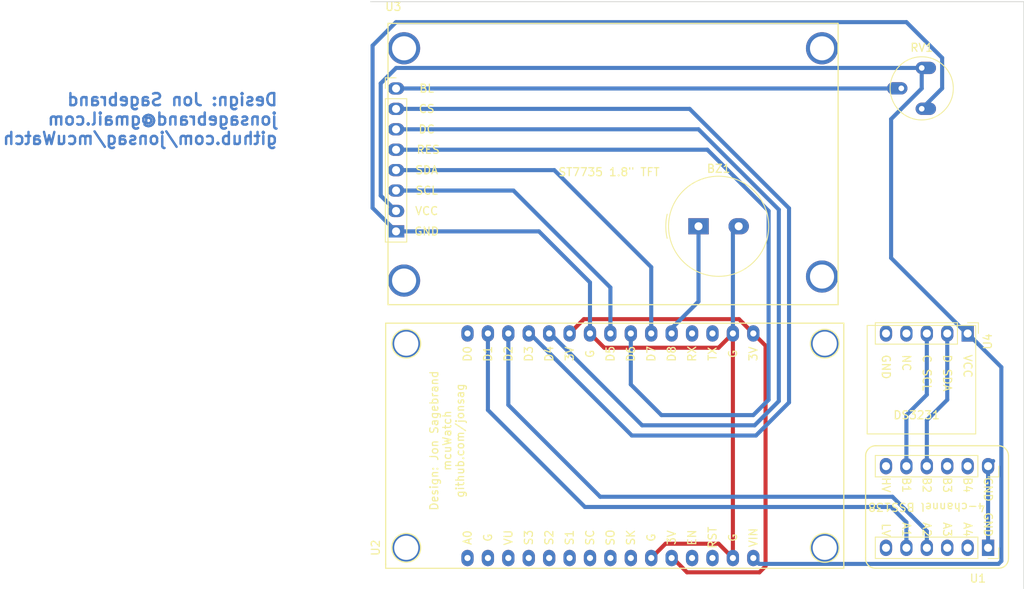
<source format=kicad_pcb>
(kicad_pcb (version 20211014) (generator pcbnew)
  (layers (0 "F.Cu" signal) (31 "B.Cu" signal) (34 "B.Paste" user) (35 "F.Paste" user) (36 "B.SilkS" user "B.Silkscreen") (37 "F.SilkS" user "F.Silkscreen") (38 "B.Mask" user) (39 "F.Mask" user) (44 "Edge.Cuts" user))
  (net 0 "")
  (net 1 "GND")
  (net 4 "/SDA L")
  (net 5 "+3V3")
  (net 8 "/SCL L")
  (net 9 "/SCL H")
  (net 10 "+5V")
  (net 24 "Net-(U3-Pad8)")
  (net 25 "Net-(U2-Pad21)")
  (net 26 "Net-(U2-Pad22)")
  (net 27 "/SDA H")
  (net 29 "Net-(U2-Pad23)")
  (net 30 "Net-(U3-Pad6)")
  (net 31 "/Buzz")
  (net 32 "Net-(U2-Pad20)")
  (footprint "My_Parts:DS3231_RTC_module_large" (layer "F.Cu") (at 151.13 88.9 -90)
    (fp_text reference "U4" (at 1 -2.5 90) (layer "F.SilkS"))
    (fp_text value "RTC DS3231" hide)
    (fp_text user "GND" (at 2.54 10.16 -90 unlocked) (layer "F.SilkS") (effects (justify left)))
    (fp_text user "D SDA" (at 2.54 2.54 -90 unlocked) (layer "F.SilkS") (effects (justify left)))
    (fp_text user "VCC" (at 2.54 0 -90 unlocked) (layer "F.SilkS") (effects (justify left)))
    (fp_text user "DS3231" (at 10.16 6.35 unlocked) (layer "F.SilkS"))
    (fp_text user "NC" (at 2.54 7.62 -90 unlocked) (layer "F.SilkS") (effects (justify left)))
    (fp_text user "C SCL" (at 2.54 5.08 -90 unlocked) (layer "F.SilkS") (effects (justify left)))
    (fp_line (start 12.5 12.5) (end 12.5 -1) (layer "F.SilkS") (width 0.12))
    (fp_line (start -1 -1) (end -1 12.5) (layer "F.SilkS") (width 0.12))
    (fp_line (start -1.33 -1.33) (end 0 -1.33) (layer "F.SilkS") (width 0.12))
    (fp_line (start -1.33 0) (end -1.33 -1.33) (layer "F.SilkS") (width 0.12))
    (fp_line (start 1.33 1.27) (end 1.33 11.49) (layer "F.SilkS") (width 0.12))
    (fp_line (start 12.5 -1) (end -1 -1) (layer "F.SilkS") (width 0.12))
    (fp_line (start -1.33 1.27) (end 1.33 1.27) (layer "F.SilkS") (width 0.12))
    (fp_line (start -1.33 1.27) (end -1.33 11.49) (layer "F.SilkS") (width 0.12))
    (fp_line (start -1.33 11.49) (end 1.33 11.49) (layer "F.SilkS") (width 0.12))
    (fp_line (start -1 12.5) (end 12.5 12.5) (layer "F.SilkS") (width 0.12))
    (pad "1" thru_hole rect (at 0 0 270) (size 2.032 1.524) (drill 1) (layers *.Cu *.Mask) (net 10 "+5V"))
    (pad "2" thru_hole oval (at 0 2.54 270) (size 2.032 1.524) (drill 1) (layers *.Cu *.Mask) (net 27 "/SDA H"))
    (pad "3" thru_hole oval (at 0 5.08 270) (size 2.032 1.524) (drill 1) (layers *.Cu *.Mask) (net 9 "/SCL H"))
    (pad "4" thru_hole oval (at 0 7.62 270) (size 2.032 1.524) (drill 1) (layers *.Cu *.Mask))
    (pad "5" thru_hole oval (at 0 10.16 270) (size 2.032 1.524) (drill 1) (layers *.Cu *.Mask) (net 1 "GND"))
  )
  (footprint "My_Misc:Potentiometer_Bourns_3339P_Vertical_large" (layer "F.Cu") (at 145.415 60.945)
    (fp_text reference "RV1" (at 0 -7.6) (layer "F.SilkS"))
    (fp_text value "R_Potentiometer")
    (fp_circle (center 0 -2.54) (end 3.93 -2.54) (layer "F.SilkS") (width 0.12) (fill none))
    (pad "1" thru_hole oval locked (at 0 0) (size 2.54 1.524) (drill 0.7 (offset 0.508 0)) (layers *.Cu *.Mask) (net 1 "GND"))
    (pad "2" thru_hole oval locked (at -2.54 -2.54) (size 2.54 1.524) (drill 0.7 (offset -0.508 0)) (layers *.Cu *.Mask) (net 24 "Net-(U3-Pad8)"))
    (pad "3" thru_hole oval locked (at 0 -5.08) (size 2.54 1.524) (drill 0.7 (offset 0.508 0)) (layers *.Cu *.Mask) (net 10 "+5V"))
  )
  (footprint "My_Parts:4-channel_I2C_level_shifter_BSS138_large" (layer "F.Cu") (at 153.67 115.57 180)
    (fp_text reference "U1" (at 1.27 -3.81) (layer "F.SilkS"))
    (fp_text value "Level converter" hide)
    (fp_text user "A3" (at 5.08 1.27 270 unlocked) (layer "F.SilkS") (effects (justify right)))
    (fp_text user "A2" (at 7.62 1.27 270 unlocked) (layer "F.SilkS") (effects (justify right)))
    (fp_text user "B1" (at 10.16 8.89 270 unlocked) (layer "F.SilkS") (effects (justify left)))
    (fp_text user "HV" (at 12.7 8.89 270 unlocked) (layer "F.SilkS") (effects (justify left)))
    (fp_text user "LV" (at 12.7 1.27 270 unlocked) (layer "F.SilkS") (effects (justify right)))
    (fp_text user "A1" (at 10.16 1.27 270 unlocked) (layer "F.SilkS") (effects (justify right)))
    (fp_text user "B3" (at 5.08 8.89 270 unlocked) (layer "F.SilkS") (effects (justify left)))
    (fp_text user "A4" (at 2.54 1.27 270 unlocked) (layer "F.SilkS") (effects (justify right)))
    (fp_text user "GND" (at 0 8.89 270 unlocked) (layer "F.SilkS") (effects (justify left)))
    (fp_text user "B4" (at 2.54 8.89 270 unlocked) (layer "F.SilkS") (effects (justify left)))
    (fp_text user "GND" (at 0 1.27 270 unlocked) (layer "F.SilkS") (effects (justify right)))
    (fp_text user "B2" (at 7.62 8.89 270 unlocked) (layer "F.SilkS") (effects (justify left)))
    (fp_text user "4-channel BSS138" (at 7.62 5.08 180 unlocked) (layer "F.SilkS"))
    (fp_line (start 1.27 1.33) (end 1.27 -1.33) (layer "F.SilkS") (width 0.12))
    (fp_line (start 13.97 -2.54) (end -1.27 -2.54) (layer "F.SilkS") (width 0.15))
    (fp_line (start 14.03 11.49) (end 14.03 8.83) (layer "F.SilkS") (width 0.12))
    (fp_line (start 1.27 1.33) (end 14.03 1.33) (layer "F.SilkS") (width 0.12))
    (fp_line (start 1.27 8.83) (end 14.03 8.83) (layer "F.SilkS") (width 0.12))
    (fp_line (start 1.27 11.49) (end 1.27 8.83) (layer "F.SilkS") (width 0.12))
    (fp_line (start -1.27 12.7) (end 13.97 12.7) (layer "F.SilkS") (width 0.15))
    (fp_line (start -1.33 -1.33) (end 0 -1.33) (layer "F.SilkS") (width 0.12))
    (fp_line (start -1.33 8.83) (end 0 8.83) (layer "F.SilkS") (width 0.12))
    (fp_line (start 1.27 -1.33) (end 14.03 -1.33) (layer "F.SilkS") (width 0.12))
    (fp_line (start 14.03 1.33) (end 14.03 -1.33) (layer "F.SilkS") (width 0.12))
    (fp_line (start -2.54 -1.33) (end -2.54 11.43) (layer "F.SilkS") (width 0.15))
    (fp_line (start -1.33 10.16) (end -1.33 8.83) (layer "F.SilkS") (width 0.12))
    (fp_line (start -1.33 0) (end -1.33 -1.33) (layer "F.SilkS") (width 0.12))
    (fp_line (start 15.24 11.43) (end 15.239999 -1.27) (layer "F.SilkS") (width 0.15))
    (fp_line (start 1.27 11.49) (end 14.03 11.49) (layer "F.SilkS") (width 0.12))
    (fp_arc (start -1.27 12.7) (mid -2.168026 12.328026) (end -2.54 11.43) (layer "F.SilkS") (width 0.15))
    (fp_arc (start -2.54 -1.33) (mid -2.164143 -2.20653) (end -1.270074 -2.538515) (layer "F.SilkS") (width 0.15))
    (fp_arc (start 15.24 11.43) (mid 14.868026 12.328026) (end 13.97 12.7) (layer "F.SilkS") (width 0.15))
    (fp_arc (start 13.97 -2.539999) (mid 14.88665 -2.18665) (end 15.239999 -1.27) (layer "F.SilkS") (width 0.15))
    (pad "1" thru_hole rect (at 0 0 270) (size 2.032 1.524) (drill 1) (layers *.Cu *.Mask) (net 1 "GND"))
    (pad "2" thru_hole oval (at 2.54 0 270) (size 2.032 1.524) (drill 1) (layers *.Cu *.Mask))
    (pad "3" thru_hole oval (at 5.08 0 270) (size 2.032 1.524) (drill 1) (layers *.Cu *.Mask))
    (pad "4" thru_hole oval (at 7.62 0 270) (size 2.032 1.524) (drill 1) (layers *.Cu *.Mask) (net 4 "/SDA L"))
    (pad "5" thru_hole oval (at 10.16 0 270) (size 2.032 1.524) (drill 1) (layers *.Cu *.Mask) (net 8 "/SCL L"))
    (pad "6" thru_hole oval (at 12.7 0 270) (size 2.032 1.524) (drill 1) (layers *.Cu *.Mask) (net 5 "+3V3"))
    (pad "7" thru_hole oval (at 0 10.16 270) (size 2.032 1.524) (drill 1) (layers *.Cu *.Mask) (net 1 "GND"))
    (pad "8" thru_hole oval (at 2.54 10.16 270) (size 2.032 1.524) (drill 1) (layers *.Cu *.Mask))
    (pad "9" thru_hole oval (at 5.08 10.16 270) (size 2.032 1.524) (drill 1) (layers *.Cu *.Mask))
    (pad "10" thru_hole oval (at 7.62 10.16 270) (size 2.032 1.524) (drill 1) (layers *.Cu *.Mask) (net 27 "/SDA H"))
    (pad "11" thru_hole oval (at 10.16 10.16 270) (size 2.032 1.524) (drill 1) (layers *.Cu *.Mask) (net 9 "/SCL H"))
    (pad "12" thru_hole oval (at 12.7 10.16 270) (size 2.032 1.524) (drill 1) (layers *.Cu *.Mask) (net 10 "+5V"))
  )
  (footprint "My_ESP8266:NodeMCU-LoLinV3_w_pinsockets_large" (layer "F.Cu") (at 88.9 116.84 90)
    (fp_text reference "U2" (at 1.27 -11.43 90) (layer "F.SilkS"))
    (fp_text value "NodeMCU_1.0_(ESP-12E)")
    (fp_text user "G" (at 2.54 33.02 90) (layer "F.SilkS"))
    (fp_text user "G" (at 2.54 22.86 90) (layer "F.SilkS"))
    (fp_text user "D4" (at 25.4 10.16 90) (layer "F.SilkS"))
    (fp_text user "G" (at 25.4 15.24 90) (layer "F.SilkS"))
    (fp_text user "SO" (at 2.54 17.78 90) (layer "F.SilkS"))
    (fp_text user "D6" (at 25.4 20.32 90) (layer "F.SilkS"))
    (fp_text user "SC" (at 2.54 15.24 90) (layer "F.SilkS"))
    (fp_text user "G" (at 2.54 2.54 90) (layer "F.SilkS"))
    (fp_text user "D1" (at 25.4 2.54 90) (layer "F.SilkS"))
    (fp_text user "D7" (at 25.4 22.86 90) (layer "F.SilkS"))
    (fp_text user "S2" (at 2.54 10.16 90) (layer "F.SilkS"))
    (fp_text user "D3" (at 25.4 7.62 90) (layer "F.SilkS"))
    (fp_text user "D8" (at 25.4 25.4 90) (layer "F.SilkS"))
    (fp_text user "S1" (at 2.54 12.7 90) (layer "F.SilkS"))
    (fp_text user "RX" (at 25.4 27.94 90) (layer "F.SilkS"))
    (fp_text user "S3" (at 2.54 7.62 90) (layer "F.SilkS"))
    (fp_text user "VU" (at 2.54 5.08 90) (layer "F.SilkS"))
    (fp_text user "3V" (at 25.4 12.7 90) (layer "F.SilkS"))
    (fp_text user "G" (at 25.4 33.02 90) (layer "F.SilkS"))
    (fp_text user "D0" (at 25.4 0 90) (layer "F.SilkS"))
    (fp_text user "RST" (at 2.54 30.48 90) (layer "F.SilkS"))
    (fp_text user "SK" (at 2.54 20.32 90) (layer "F.SilkS"))
    (fp_text user "VIN" (at 2.54 35.56 90) (layer "F.SilkS"))
    (fp_text user "3V" (at 2.54 25.4 90) (layer "F.SilkS"))
    (fp_text user "3V" (at 25.4 35.56 90) (layer "F.SilkS"))
    (fp_text user "D2" (at 25.4 5.08 90) (layer "F.SilkS"))
    (fp_text user "EN" (at 2.54 27.94 90) (layer "F.SilkS"))
    (fp_text user "A0" (at 2.54 0 90) (layer "F.SilkS"))
    (fp_text user "TX" (at 25.4 30.48 90) (layer "F.SilkS"))
    (fp_text user "D5" (at 25.4 17.78 90) (layer "F.SilkS"))
    (fp_line (start -1.28 46.82) (end 29.22 46.82) (layer "F.SilkS") (width 0.15))
    (fp_line (start 29.22 -10.18) (end -0.78 -10.18) (layer "F.SilkS") (width 0.15))
    (fp_line (start 29.22 46.82) (end 29.22 -10.18) (layer "F.SilkS") (width 0.15))
    (fp_line (start -0.78 -10.18) (end -1.28 -10.18) (layer "F.SilkS") (width 0.15))
    (fp_line (start -1.28 -10.18) (end -1.28 46.82) (layer "F.SilkS") (width 0.15))
    (fp_circle (center 1.27 -7.62) (end 2.54 -8.89) (layer "F.SilkS") (width 0.15) (fill none))
    (fp_circle (center 26.67 44.45) (end 27.94 43.18) (layer "F.SilkS") (width 0.15) (fill none))
    (fp_circle (center 1.27 44.45) (end 2.54 43.18) (layer "F.SilkS") (width 0.15) (fill none))
    (fp_circle (center 26.67 -7.62) (end 27.94 -8.89) (layer "F.SilkS") (width 0.15) (fill none))
    (pad "" np_thru_hole circle (at 26.67 -7.62 90) (size 3.5 3.5) (drill 3) (layers F&B.Cu *.Mask))
    (pad "" np_thru_hole circle (at 26.67 44.45 90) (size 3.5 3.5) (drill 3) (layers F&B.Cu *.Mask))
    (pad "" np_thru_hole circle (at 1.27 -7.62 90) (size 3.5 3.5) (drill 3) (layers F&B.Cu *.Mask))
    (pad "" np_thru_hole circle (at 1.27 44.45 90) (size 3.5 3.5) (drill 3) (layers F&B.Cu *.Mask))
    (pad "1" thru_hole oval (at 0 0 90) (size 2.032 1.524) (drill 0.762) (layers *.Cu *.Mask))
    (pad "2" thru_hole oval (at 0 2.54 90) (size 2.032 1.524) (drill 0.762) (layers *.Cu *.Mask))
    (pad "3" thru_hole oval (at 0 5.08 90) (size 2.032 1.524) (drill 0.762) (layers *.Cu *.Mask))
    (pad "4" thru_hole oval (at 0 7.62 90) (size 2.032 1.524) (drill 0.762) (layers *.Cu *.Mask))
    (pad "5" thru_hole oval (at 0 10.16 90) (size 2.032 1.524) (drill 0.762) (layers *.Cu *.Mask))
    (pad "6" thru_hole oval (at 0 12.7 90) (size 2.032 1.524) (drill 0.762) (layers *.Cu *.Mask))
    (pad "7" thru_hole oval (at 0 15.24 90) (size 2.032 1.524) (drill 0.762) (layers *.Cu *.Mask))
    (pad "8" thru_hole oval (at 0 17.78 90) (size 2.032 1.524) (drill 0.762) (layers *.Cu *.Mask))
    (pad "9" thru_hole oval (at 0 20.32 90) (size 2.032 1.524) (drill 0.762) (layers *.Cu *.Mask))
    (pad "10" thru_hole oval (at 0 22.86 90) (size 2.032 1.524) (drill 0.762) (layers *.Cu *.Mask) (net 1 "GND"))
    (pad "11" thru_hole oval (at 0 25.4 90) (size 2.032 1.524) (drill 0.762) (layers *.Cu *.Mask) (net 5 "+3V3"))
    (pad "12" thru_hole oval (at 0 27.94 90) (size 2.032 1.524) (drill 0.762) (layers *.Cu *.Mask))
    (pad "13" thru_hole oval (at 0 30.48 90) (size 2.032 1.524) (drill 0.762) (layers *.Cu *.Mask))
    (pad "14" thru_hole oval (at 0 33.02 90) (size 2.032 1.524) (drill 0.762) (layers *.Cu *.Mask) (net 1 "GND"))
    (pad "15" thru_hole oval (at 0 35.56 90) (size 2.032 1.524) (drill 0.762) (layers *.Cu *.Mask) (net 10 "+5V"))
    (pad "16" thru_hole oval (at 27.94 35.56 90) (size 2.032 1.524) (drill 0.762) (layers *.Cu *.Mask) (net 5 "+3V3"))
    (pad "17" thru_hole oval (at 27.94 33.02 90) (size 2.032 1.524) (drill 0.762) (layers *.Cu *.Mask) (net 1 "GND"))
    (pad "18" thru_hole oval (at 27.94 30.48 90) (size 2.032 1.524) (drill 0.762) (layers *.Cu *.Mask))
    (pad "19" thru_hole oval (at 27.94 27.94 90) (size 2.032 1.524) (drill 0.762) (layers *.Cu *.Mask))
    (pad "20" thru_hole oval (at 27.94 25.4 90) (size 2.032 1.524) (drill 0.762) (layers *.Cu *.Mask) (net 32 "Net-(U2-Pad20)"))
    (pad "21" thru_hole oval (at 27.94 22.86 90) (size 2.032 1.524) (drill 0.762) (layers *.Cu *.Mask) (net 25 "Net-(U2-Pad21)"))
    (pad "22" thru_hole oval (at 27.94 20.32 90) (size 2.032 1.524) (drill 0.762) (layers *.Cu *.Mask) (net 26 "Net-(U2-Pad22)"))
    (pad "23" thru_hole oval (at 27.94 17.78 90) (size 2.032 1.524) (drill 0.762) (layers *.Cu *.Mask) (net 29 "Net-(U2-Pad23)"))
    (pad "24" thru_hole oval (at 27.94 15.24 90) (size 2.032 1.524) (drill 0.762) (layers *.Cu *.Mask) (net 1 "GND"))
    (pad "25" thru_hole oval (at 27.94 12.7 90) (size 2.032 1.524) (drill 0.762) (layers *.Cu *.Mask) (net 5 "+3V3"))
    (pad "26" thru_hole oval (at 27.94 10.16 90) (size 2.032 1.524) (drill 0.762) (layers *.Cu *.Mask) (net 30 "Net-(U3-Pad6)"))
    (pad "27" thru_hole oval (at 27.94 7.62 90) (size 2.032 1.524) (drill 0.762) (layers *.Cu *.Mask) (net 31 "/Buzz"))
    (pad "28" thru_hole oval (at 27.94 5.08 90) (size 2.032 1.524) (drill 0.762) (layers *.Cu *.Mask) (net 4 "/SDA L"))
    (pad "29" thru_hole oval (at 27.94 2.54 90) (size 2.032 1.524) (drill 0.762) (layers *.Cu *.Mask) (net 8 "/SCL L"))
    (pad "30" thru_hole oval (at 27.94 0 90) (size 2.032 1.524) (drill 0.762) (layers *.Cu *.Mask))
  )
  (footprint "My_Misc:Buzzer_TDK_PS1240P02BT_D12.2mm_H6.5mm_large" (layer "F.Cu") (at 117.644216 75.565)
    (fp_text reference "BZ1" (at 2.5 -7.17) (layer "F.SilkS"))
    (fp_text value "Buzzer")
    (fp_arc (start -3.9 1.499999) (mid -4.073431 0) (end -3.9 -1.5) (layer "F.SilkS") (width 0.12))
    (fp_circle (center 2.5 0) (end 8.73 0) (layer "F.SilkS") (width 0.12) (fill none))
    (pad "1" thru_hole rect locked (at 0 0) (size 2.54 2) (drill 1) (layers *.Cu *.Mask) (net 32 "Net-(U2-Pad20)"))
    (pad "2" thru_hole oval locked (at 5 0) (size 2.54 2) (drill 1) (layers *.Cu *.Mask) (net 1 "GND"))
  )
  (footprint "My_Parts:ST7735_1.8_TFT_display_128x160_large" (layer "F.Cu") (at 80.01 58.42)
    (fp_text reference "U3" (at -0.34 -10.16) (layer "F.SilkS"))
    (fp_text value "1.8\" TFT ST7735" hide)
    (fp_text user "SCL" (at 3.81 12.7) (layer "F.SilkS"))
    (fp_text user "BL" (at 3.81 0) (layer "F.SilkS"))
    (fp_text user "GND" (at 3.81 17.78) (layer "F.SilkS"))
    (fp_text user "VCC" (at 3.81 15.24) (layer "F.SilkS"))
    (fp_text user "SDA" (at 3.81 10.16) (layer "F.SilkS"))
    (fp_text user "RES" (at 4 7.62) (layer "F.SilkS"))
    (fp_text user "CS" (at 3.81 2.54) (layer "F.SilkS"))
    (fp_text user "DC" (at 3.81 5.08) (layer "F.SilkS"))
    (fp_text user "ST7735 1.8\" TFT" (at 26.5 10.4 unlocked) (layer "F.SilkS"))
    (fp_line (start -1.33 19.11) (end 1.33 19.11) (layer "F.SilkS") (width 0.12))
    (fp_line (start -1.33 1.27) (end -1.33 19.11) (layer "F.SilkS") (width 0.12))
    (fp_line (start -1.33 1.27) (end 1.33 1.27) (layer "F.SilkS") (width 0.12))
    (fp_line (start -1 -8.1) (end 55 -8.1) (layer "F.SilkS") (width 0.15))
    (fp_line (start -1.33 0) (end -1.33 -1.33) (layer "F.SilkS") (width 0.12))
    (fp_line (start 55 26.9) (end -1 26.9) (layer "F.SilkS") (width 0.15))
    (fp_line (start 55 -8.1) (end 55 26.9) (layer "F.SilkS") (width 0.15))
    (fp_line (start -1.33 -1.33) (end 0 -1.33) (layer "F.SilkS") (width 0.12))
    (fp_line (start -1 -8.1) (end -1 26.9) (layer "F.SilkS") (width 0.15))
    (fp_line (start 1.33 1.27) (end 1.33 19.11) (layer "F.SilkS") (width 0.12))
    (pad "" np_thru_hole circle (at 1 -5) (size 4 4) (drill 3) (layers F&B.Cu *.Mask))
    (pad "" np_thru_hole circle (at 53 -5) (size 4 4) (drill 3) (layers F&B.Cu *.Mask))
    (pad "" np_thru_hole circle (at 1 23.9) (size 4 4) (drill 3) (layers F&B.Cu *.Mask))
    (pad "" np_thru_hole circle (at 53 23.4) (size 4 4) (drill 3) (layers F&B.Cu *.Mask))
    (pad "1" thru_hole rect (at 0 17.78) (size 2.032 1.524) (drill 1) (layers *.Cu *.Mask) (net 1 "GND"))
    (pad "2" thru_hole oval (at 0 15.24) (size 2.032 1.524) (drill 1) (layers *.Cu *.Mask) (net 10 "+5V"))
    (pad "3" thru_hole oval (at 0 12.7) (size 2.032 1.524) (drill 1) (layers *.Cu *.Mask) (net 29 "Net-(U2-Pad23)"))
    (pad "4" thru_hole oval (at 0 10.16) (size 2.032 1.524) (drill 1) (layers *.Cu *.Mask) (net 25 "Net-(U2-Pad21)"))
    (pad "5" thru_hole oval (at 0 7.62) (size 2.032 1.524) (drill 1) (layers *.Cu *.Mask) (net 26 "Net-(U2-Pad22)"))
    (pad "6" thru_hole oval (at 0 5.08) (size 2.032 1.524) (drill 1) (layers *.Cu *.Mask) (net 30 "Net-(U3-Pad6)"))
    (pad "7" thru_hole oval (at 0 2.54) (size 2.032 1.524) (drill 1) (layers *.Cu *.Mask) (net 31 "/Buzz"))
    (pad "8" thru_hole oval (at 0 0) (size 2.032 1.524) (drill 1) (layers *.Cu *.Mask) (net 24 "Net-(U3-Pad8)"))
  )
  (gr_line (start 158.115 120.65) (end 158.115 47.625) (layer "Edge.Cuts") (width 0.1))
  (gr_line (start 158.115 47.625) (end 76.835 47.625) (layer "Edge.Cuts") (width 0.1))
  (gr_text "Design: Jon Sagebrand\njonsagebrand@gmail.com\ngithub.com/jonsag/mcuWatch" (at 65.405 62.23) (layer "B.Cu") (effects (font (size 1.5 1.5) (thickness 0.3)) (justify left mirror)))
  (gr_text "Design: Jon Sagebrand\nmcuWatch\ngithub.com/jonsag" (at 86.36 102.235 90) (layer "F.SilkS") (effects (font (size 1 1))))
  (segment (start 120.14248 90.67752) (end 105.91752 90.67752) (width 0.508) (layer "F.Cu") (net 1))
  (segment (start 121.92 116.84) (end 121.92 88.9) (width 0.508) (layer "F.Cu") (net 1))
  (segment (start 120.14248 115.06248) (end 113.53752 115.06248) (width 0.508) (layer "F.Cu") (net 1))
  (segment (start 113.53752 115.06248) (end 111.76 116.84) (width 0.508) (layer "F.Cu") (net 1))
  (segment (start 121.92 116.84) (end 120.14248 115.06248) (width 0.508) (layer "F.Cu") (net 1))
  (segment (start 105.91752 90.67752) (end 104.14 88.9) (width 0.508) (layer "F.Cu") (net 1))
  (segment (start 121.92 88.9) (end 120.14248 90.67752) (width 0.508) (layer "F.Cu") (net 1))
  (segment (start 121.92 76.2) (end 123.19 74.93) (width 0.508) (layer "B.Cu") (net 1))
  (segment (start 147.95452 54.60952) (end 143.51 50.165) (width 0.508) (layer "B.Cu") (net 1))
  (segment (start 121.92 88.9) (end 121.92 76.2) (width 0.508) (layer "B.Cu") (net 1))
  (segment (start 77.08948 53.08552) (end 77.08948 73.27948) (width 0.508) (layer "B.Cu") (net 1))
  (segment (start 153.67 105.41) (end 154.305 104.775) (width 0.508) (layer "B.Cu") (net 1))
  (segment (start 80.01 50.165) (end 77.08948 53.08552) (width 0.508) (layer "B.Cu") (net 1))
  (segment (start 145.415 60.945) (end 147.95452 58.40548) (width 0.508) (layer "B.Cu") (net 1))
  (segment (start 77.08948 73.27948) (end 80.01 76.2) (width 0.508) (layer "B.Cu") (net 1))
  (segment (start 143.51 50.165) (end 80.01 50.165) (width 0.508) (layer "B.Cu") (net 1))
  (segment (start 153.67 115.57) (end 153.67 105.41) (width 0.508) (layer "B.Cu") (net 1))
  (segment (start 97.79 76.2) (end 104.14 82.55) (width 0.508) (layer "B.Cu") (net 1))
  (segment (start 104.14 82.55) (end 104.14 88.265) (width 0.508) (layer "B.Cu") (net 1))
  (segment (start 147.95452 58.40548) (end 147.95452 54.60952) (width 0.508) (layer "B.Cu") (net 1))
  (segment (start 80.01 76.2) (end 97.79 76.2) (width 0.508) (layer "B.Cu") (net 1))
  (segment (start 105.41 109.22) (end 93.98 97.79) (width 0.508) (layer "B.Cu") (net 4))
  (segment (start 93.98 97.79) (end 93.98 88.9) (width 0.508) (layer "B.Cu") (net 4))
  (segment (start 141.771162 109.22) (end 105.41 109.22) (width 0.508) (layer "B.Cu") (net 4))
  (segment (start 146.05 113.498838) (end 141.771162 109.22) (width 0.508) (layer "B.Cu") (net 4))
  (segment (start 146.05 115.57) (end 146.05 113.498838) (width 0.508) (layer "B.Cu") (net 4))
  (segment (start 122.68248 87.12248) (end 103.37752 87.12248) (width 0.508) (layer "F.Cu") (net 5))
  (segment (start 124.46 88.9) (end 125.98352 90.42352) (width 0.508) (layer "F.Cu") (net 5))
  (segment (start 116.208938 118.61752) (end 114.3 116.708582) (width 0.508) (layer "F.Cu") (net 5))
  (segment (start 114.3 116.708582) (end 114.3 116.205) (width 0.508) (layer "F.Cu") (net 5))
  (segment (start 125.98352 117.85648) (end 125.22248 118.61752) (width 0.508) (layer "F.Cu") (net 5))
  (segment (start 124.46 88.9) (end 122.68248 87.12248) (width 0.508) (layer "F.Cu") (net 5))
  (segment (start 125.22248 118.61752) (end 116.208938 118.61752) (width 0.508) (layer "F.Cu") (net 5))
  (segment (start 125.98352 90.42352) (end 125.98352 117.85648) (width 0.508) (layer "F.Cu") (net 5))
  (segment (start 103.37752 87.12248) (end 101.6 88.9) (width 0.508) (layer "F.Cu") (net 5))
  (segment (start 141.605 110.49) (end 103.505 110.49) (width 0.508) (layer "B.Cu") (net 8))
  (segment (start 91.44 98.425) (end 91.44 88.265) (width 0.508) (layer "B.Cu") (net 8))
  (segment (start 143.51 112.395) (end 141.605 110.49) (width 0.508) (layer "B.Cu") (net 8))
  (segment (start 103.505 110.49) (end 91.44 98.425) (width 0.508) (layer "B.Cu") (net 8))
  (segment (start 143.51 115.57) (end 143.51 112.395) (width 0.508) (layer "B.Cu") (net 8))
  (segment (start 146.05 96.52) (end 146.05 88.9) (width 0.508) (layer "B.Cu") (net 9))
  (segment (start 143.51 99.06) (end 146.05 96.52) (width 0.508) (layer "B.Cu") (net 9))
  (segment (start 143.51 105.41) (end 143.51 99.06) (width 0.508) (layer "B.Cu") (net 9))
  (segment (start 145.415 58.42) (end 141.605 62.23) (width 0.508) (layer "B.Cu") (net 10))
  (segment (start 151.13 88.9) (end 155.32052 93.09052) (width 0.508) (layer "B.Cu") (net 10))
  (segment (start 141.605 79.506418) (end 150.998582 88.9) (width 0.508) (layer "B.Cu") (net 10))
  (segment (start 155.32052 93.09052) (end 155.32052 117.220502) (width 0.508) (layer "B.Cu") (net 10))
  (segment (start 78.105 71.755) (end 80.01 73.66) (width 0.508) (layer "B.Cu") (net 10))
  (segment (start 155.32052 117.220502) (end 154.967011 117.574011) (width 0.508) (layer "B.Cu") (net 10))
  (segment (start 78.105 57.785) (end 78.105 71.755) (width 0.508) (layer "B.Cu") (net 10))
  (segment (start 80.025 55.865) (end 78.105 57.785) (width 0.508) (layer "B.Cu") (net 10))
  (segment (start 150.998582 88.9) (end 151.13 88.9) (width 0.508) (layer "B.Cu") (net 10))
  (segment (start 145.415 55.865) (end 145.415 58.42) (width 0.508) (layer "B.Cu") (net 10))
  (segment (start 141.605 62.23) (end 141.605 79.506418) (width 0.508) (layer "B.Cu") (net 10))
  (segment (start 145.415 55.865) (end 80.025 55.865) (width 0.508) (layer "B.Cu") (net 10))
  (segment (start 125.194011 117.574011) (end 124.46 116.84) (width 0.508) (layer "B.Cu") (net 10))
  (segment (start 154.967011 117.574011) (end 125.194011 117.574011) (width 0.508) (layer "B.Cu") (net 10))
  (segment (start 142.86 58.42) (end 80.01 58.42) (width 0.508) (layer "B.Cu") (net 24))
  (segment (start 142.875 58.405) (end 142.86 58.42) (width 0.508) (layer "B.Cu") (net 24))
  (segment (start 80.01 68.58) (end 99.695 68.58) (width 0.508) (layer "B.Cu") (net 25))
  (segment (start 111.76 80.645) (end 111.76 88.9) (width 0.508) (layer "B.Cu") (net 25))
  (segment (start 99.695 68.58) (end 111.76 80.645) (width 0.508) (layer "B.Cu") (net 25))
  (segment (start 126.365 73.66) (end 126.365 97.155) (width 0.508) (layer "B.Cu") (net 26))
  (segment (start 109.22 95.25) (end 109.22 88.9) (width 0.508) (layer "B.Cu") (net 26))
  (segment (start 113.03 99.06) (end 109.22 95.25) (width 0.508) (layer "B.Cu") (net 26))
  (segment (start 124.46 99.06) (end 113.03 99.06) (width 0.508) (layer "B.Cu") (net 26))
  (segment (start 80.01 66.04) (end 118.745 66.04) (width 0.508) (layer "B.Cu") (net 26))
  (segment (start 118.745 66.04) (end 126.365 73.66) (width 0.508) (layer "B.Cu") (net 26))
  (segment (start 126.365 97.155) (end 124.46 99.06) (width 0.508) (layer "B.Cu") (net 26))
  (segment (start 146.05 99.695) (end 148.59 97.155) (width 0.508) (layer "B.Cu") (net 27))
  (segment (start 148.59 97.155) (end 148.59 88.9) (width 0.508) (layer "B.Cu") (net 27))
  (segment (start 146.05 105.41) (end 146.05 99.695) (width 0.508) (layer "B.Cu") (net 27))
  (segment (start 106.68 83.185) (end 94.615 71.12) (width 0.508) (layer "B.Cu") (net 29))
  (segment (start 106.68 88.9) (end 106.68 83.185) (width 0.508) (layer "B.Cu") (net 29))
  (segment (start 94.615 71.12) (end 80.01 71.12) (width 0.508) (layer "B.Cu") (net 29))
  (segment (start 127.635 73.493838) (end 127.635 97.321162) (width 0.508) (layer "B.Cu") (net 30))
  (segment (start 80.01 63.5) (end 117.641162 63.5) (width 0.508) (layer "B.Cu") (net 30))
  (segment (start 110.621418 100.33) (end 99.06 88.768582) (width 0.508) (layer "B.Cu") (net 30))
  (segment (start 124.626162 100.33) (end 110.621418 100.33) (width 0.508) (layer "B.Cu") (net 30))
  (segment (start 99.06 88.768582) (end 99.06 88.265) (width 0.508) (layer "B.Cu") (net 30))
  (segment (start 127.635 97.321162) (end 124.626162 100.33) (width 0.508) (layer "B.Cu") (net 30))
  (segment (start 117.641162 63.5) (end 127.635 73.493838) (width 0.508) (layer "B.Cu") (net 30))
  (segment (start 80.01 60.96) (end 116.537324 60.96) (width 0.508) (layer "B.Cu") (net 31))
  (segment (start 128.905 97.487324) (end 124.792324 101.6) (width 0.508) (layer "B.Cu") (net 31))
  (segment (start 128.905 73.327676) (end 128.905 97.487324) (width 0.508) (layer "B.Cu") (net 31))
  (segment (start 116.537324 60.96) (end 128.905 73.327676) (width 0.508) (layer "B.Cu") (net 31))
  (segment (start 96.52 88.768582) (end 96.52 88.265) (width 0.508) (layer "B.Cu") (net 31))
  (segment (start 124.792324 101.6) (end 109.351418 101.6) (width 0.508) (layer "B.Cu") (net 31))
  (segment (start 109.351418 101.6) (end 96.52 88.768582) (width 0.508) (layer "B.Cu") (net 31))
  (segment (start 117.644216 75.565) (end 117.644216 84.920784) (width 0.508) (layer "B.Cu") (net 32))
  (segment (start 117.644216 84.920784) (end 114.3 88.265) (width 0.508) (layer "B.Cu") (net 32))
)
</source>
